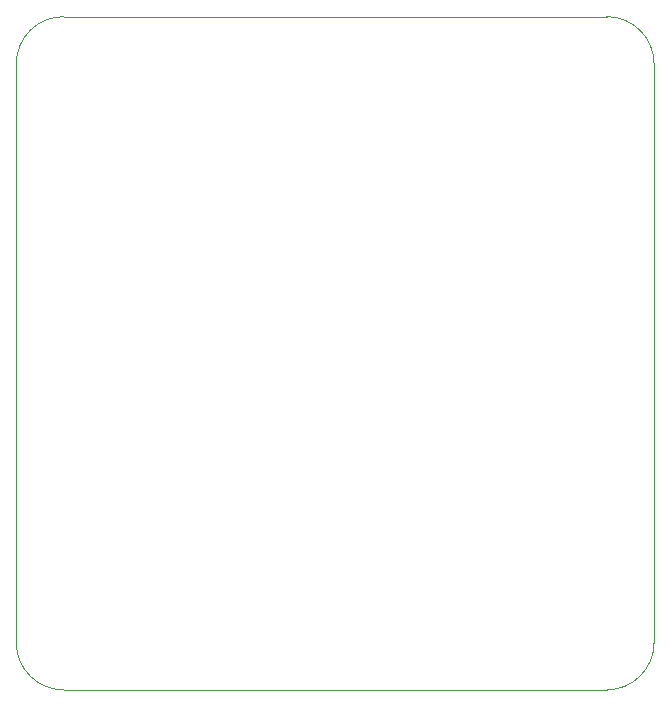
<source format=gbr>
%TF.GenerationSoftware,KiCad,Pcbnew,8.0.5-8.0.5-0~ubuntu24.04.1*%
%TF.CreationDate,2024-10-23T11:08:18+02:00*%
%TF.ProjectId,TagBot,54616742-6f74-42e6-9b69-6361645f7063,rev?*%
%TF.SameCoordinates,Original*%
%TF.FileFunction,Profile,NP*%
%FSLAX46Y46*%
G04 Gerber Fmt 4.6, Leading zero omitted, Abs format (unit mm)*
G04 Created by KiCad (PCBNEW 8.0.5-8.0.5-0~ubuntu24.04.1) date 2024-10-23 11:08:18*
%MOMM*%
%LPD*%
G01*
G04 APERTURE LIST*
%TA.AperFunction,Profile*%
%ADD10C,0.050000*%
%TD*%
G04 APERTURE END LIST*
D10*
X86000000Y-36000000D02*
G75*
G02*
X90000000Y-40000000I0J-4000000D01*
G01*
X90000000Y-89000000D02*
X90000000Y-40000000D01*
X40000000Y-93000000D02*
G75*
G02*
X36000000Y-89000000I0J4000000D01*
G01*
X35998751Y-40000000D02*
X35998751Y-89000000D01*
X90000000Y-89000000D02*
G75*
G02*
X86000000Y-93000000I-4000000J0D01*
G01*
X40000000Y-35998751D02*
X86000000Y-35998751D01*
X86000000Y-93000000D02*
X40000000Y-93000000D01*
X35998751Y-40000000D02*
G75*
G02*
X40000000Y-35998751I4001249J0D01*
G01*
M02*

</source>
